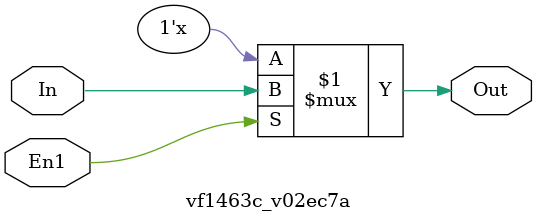
<source format=v>

`default_nettype none

module main (
 input vclk,
 output vf0f6ba,
 output vf6e28f,
 output [0:5] vinit
);
 wire w0;
 wire w1;
 wire w2;
 wire w3;
 wire w4;
 wire w5;
 wire w6;
 assign vf0f6ba = w0;
 assign vf6e28f = w3;
 assign w6 = vclk;
 assign w5 = w4;
 v3e6c24 v02e678 (
  .v608bd9(w1)
 );
 vefa778 v55d763 (
  .va5e4bf(w2),
  .vc0f513(w3),
  .v21095d(w4)
 );
 v3e6c24 v5fc58c (
  .v608bd9(w2)
 );
 v5b3e69 v33a256 (
  .v8337bc(w4),
  .v531e20(w6)
 );
 vf1463c v660393 (
  .vc0f513(w0),
  .va5e4bf(w1),
  .v21095d(w5)
 );
 assign vinit = 6'b000000;
endmodule

/*-------------------------------------------------*/
/*--   */
/*-- - - - - - - - - - - - - - - - - - - - - - - --*/
/*-- 
/*-------------------------------------------------*/
//---- Top entity
module v3e6c24 (
 output v608bd9
);
 wire w0;
 assign v608bd9 = w0;
 v3e6c24_v68c173 v68c173 (
  .v(w0)
 );
endmodule

/*-------------------------------------------------*/
/*-- Bit 1  */
/*-- - - - - - - - - - - - - - - - - - - - - - - --*/
/*-- Assign 1 to the output wire
/*-------------------------------------------------*/

module v3e6c24_v68c173 (
 output v
);
 // Bit 1
 
 assign v = 1'b1;
endmodule
//---- Top entity
module vefa778 (
 input va5e4bf,
 input v21095d,
 output vc0f513
);
 wire w0;
 wire w1;
 wire w2;
 assign w0 = va5e4bf;
 assign w1 = v21095d;
 assign vc0f513 = w2;
 vefa778_v02ec7a v02ec7a (
  .In(w0),
  .Enable(w1),
  .Out(w2)
 );
endmodule

/*-------------------------------------------------*/
/*-- TriState Primitive  */
/*-- - - - - - - - - - - - - - - - - - - - - - - --*/
/*-- TriState Primitive
/*-------------------------------------------------*/

module vefa778_v02ec7a (
 input In,
 input Enable,
 output Out
);
 
 bufif1 buffer1(Out,In,Enable);
endmodule
//---- Top entity
module v5b3e69 #(
 parameter v207e0d = 1
) (
 input v531e20,
 output v8337bc
);
 localparam p2 = v207e0d;
 wire w0;
 wire w1;
 assign v8337bc = w0;
 assign w1 = v531e20;
 v5b3e69_v94c6d7 #(
  .SEG(p2)
 ) v94c6d7 (
  .clk_o(w0),
  .clk(w1)
 );
endmodule

/*-------------------------------------------------*/
/*-- Corazon_Seg  */
/*-- - - - - - - - - - - - - - - - - - - - - - - --*/
/*-- Bombear 1 bit con el periodo especificado en el parámetro. Por defecto el periodo es de 1 segundos
/*-------------------------------------------------*/

module v5b3e69_v94c6d7 #(
 parameter SEG = 0
) (
 input clk,
 output clk_o
);
 
 //parameter HZ=1;
 
 //-- Constante para dividir y obtener una frecuencia de 1Hz
 localparam M = 12000000*SEG;
 
 //-- Calcular el numero de bits para almacenar M
 localparam N = $clog2(M);
 
 //-- Registro del divisor
 reg [N-1:0] divcounter;
 
 //-- Temporal clock
 reg clk_t = 0;
 
 //-- Se usa un contador modulo M/2 para luego
 //-- pasarlo por un biestable T y dividir la frecuencia
 //-- entre 2, para que el ciclo de trabajo sea del 50%
 always @(posedge clk)
     if (divcounter == M/2) begin
       clk_t <= 1;
       divcounter = 0;
     end 
     else begin
       divcounter <=  divcounter + 1;
       clk_t = 0;
     end 
   
 reg clk_o = 0;  
     
 //-- Biestable T para obtener ciclo de trabajo del 50%
 always @(posedge clk)
   if (clk_t)
     clk_o <= ~clk_o;
 
endmodule
//---- Top entity
module vf1463c (
 input va5e4bf,
 input v21095d,
 output vc0f513
);
 wire w0;
 wire w1;
 wire w2;
 assign w0 = va5e4bf;
 assign vc0f513 = w1;
 assign w2 = v21095d;
 vf1463c_v02ec7a v02ec7a (
  .In(w0),
  .Out(w1),
  .En1(w2)
 );
endmodule

/*-------------------------------------------------*/
/*-- TriState Primitive  */
/*-- - - - - - - - - - - - - - - - - - - - - - - --*/
/*-- TriState Primitive
/*-------------------------------------------------*/

module vf1463c_v02ec7a (
 input In,
 input En1,
 output Out
);
 
 
 bufif1 buffer1(Out,In,En1);
endmodule

</source>
